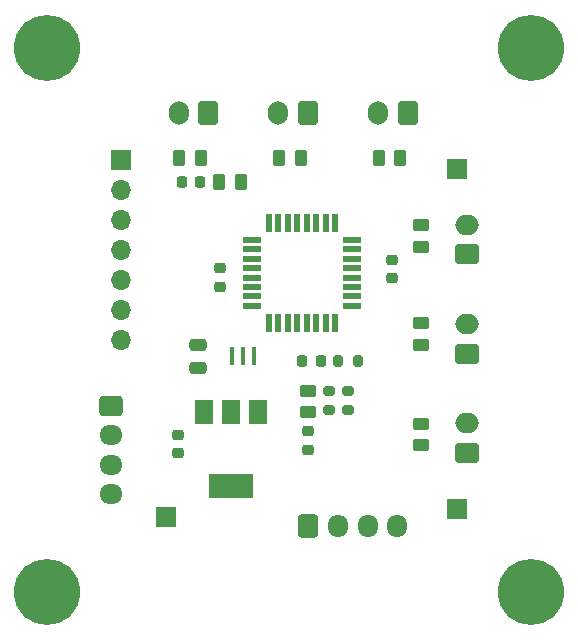
<source format=gts>
G04 #@! TF.GenerationSoftware,KiCad,Pcbnew,(6.0.9)*
G04 #@! TF.CreationDate,2023-02-23T12:45:50+09:00*
G04 #@! TF.ProjectId,AMS_Temp_SMD,414d535f-5465-46d7-905f-534d442e6b69,rev?*
G04 #@! TF.SameCoordinates,Original*
G04 #@! TF.FileFunction,Soldermask,Top*
G04 #@! TF.FilePolarity,Negative*
%FSLAX46Y46*%
G04 Gerber Fmt 4.6, Leading zero omitted, Abs format (unit mm)*
G04 Created by KiCad (PCBNEW (6.0.9)) date 2023-02-23 12:45:50*
%MOMM*%
%LPD*%
G01*
G04 APERTURE LIST*
G04 Aperture macros list*
%AMRoundRect*
0 Rectangle with rounded corners*
0 $1 Rounding radius*
0 $2 $3 $4 $5 $6 $7 $8 $9 X,Y pos of 4 corners*
0 Add a 4 corners polygon primitive as box body*
4,1,4,$2,$3,$4,$5,$6,$7,$8,$9,$2,$3,0*
0 Add four circle primitives for the rounded corners*
1,1,$1+$1,$2,$3*
1,1,$1+$1,$4,$5*
1,1,$1+$1,$6,$7*
1,1,$1+$1,$8,$9*
0 Add four rect primitives between the rounded corners*
20,1,$1+$1,$2,$3,$4,$5,0*
20,1,$1+$1,$4,$5,$6,$7,0*
20,1,$1+$1,$6,$7,$8,$9,0*
20,1,$1+$1,$8,$9,$2,$3,0*%
G04 Aperture macros list end*
%ADD10RoundRect,0.250000X0.450000X-0.262500X0.450000X0.262500X-0.450000X0.262500X-0.450000X-0.262500X0*%
%ADD11RoundRect,0.250000X0.600000X0.750000X-0.600000X0.750000X-0.600000X-0.750000X0.600000X-0.750000X0*%
%ADD12O,1.700000X2.000000*%
%ADD13RoundRect,0.225000X-0.250000X0.225000X-0.250000X-0.225000X0.250000X-0.225000X0.250000X0.225000X0*%
%ADD14RoundRect,0.250000X0.750000X-0.600000X0.750000X0.600000X-0.750000X0.600000X-0.750000X-0.600000X0*%
%ADD15O,2.000000X1.700000*%
%ADD16C,5.600000*%
%ADD17RoundRect,0.250000X0.262500X0.450000X-0.262500X0.450000X-0.262500X-0.450000X0.262500X-0.450000X0*%
%ADD18RoundRect,0.225000X0.225000X0.250000X-0.225000X0.250000X-0.225000X-0.250000X0.225000X-0.250000X0*%
%ADD19RoundRect,0.218750X-0.218750X-0.256250X0.218750X-0.256250X0.218750X0.256250X-0.218750X0.256250X0*%
%ADD20R,1.700000X1.700000*%
%ADD21R,0.300000X1.600000*%
%ADD22RoundRect,0.250000X0.475000X-0.250000X0.475000X0.250000X-0.475000X0.250000X-0.475000X-0.250000X0*%
%ADD23R,1.600000X0.550000*%
%ADD24R,0.550000X1.600000*%
%ADD25RoundRect,0.250000X-0.600000X-0.725000X0.600000X-0.725000X0.600000X0.725000X-0.600000X0.725000X0*%
%ADD26O,1.700000X1.950000*%
%ADD27RoundRect,0.250000X-0.450000X0.262500X-0.450000X-0.262500X0.450000X-0.262500X0.450000X0.262500X0*%
%ADD28RoundRect,0.200000X-0.275000X0.200000X-0.275000X-0.200000X0.275000X-0.200000X0.275000X0.200000X0*%
%ADD29RoundRect,0.250000X-0.725000X0.600000X-0.725000X-0.600000X0.725000X-0.600000X0.725000X0.600000X0*%
%ADD30O,1.950000X1.700000*%
%ADD31RoundRect,0.200000X0.200000X0.275000X-0.200000X0.275000X-0.200000X-0.275000X0.200000X-0.275000X0*%
%ADD32R,3.800000X2.000000*%
%ADD33R,1.500000X2.000000*%
%ADD34O,1.700000X1.700000*%
%ADD35RoundRect,0.218750X0.256250X-0.218750X0.256250X0.218750X-0.256250X0.218750X-0.256250X-0.218750X0*%
G04 APERTURE END LIST*
D10*
G04 #@! TO.C,R8*
X131700000Y-83112500D03*
X131700000Y-81287500D03*
G04 #@! TD*
D11*
G04 #@! TO.C,J5*
X122100000Y-63450000D03*
D12*
X119600000Y-63450000D03*
G04 #@! TD*
D11*
G04 #@! TO.C,J4*
X130550000Y-63450000D03*
D12*
X128050000Y-63450000D03*
G04 #@! TD*
D11*
G04 #@! TO.C,J6*
X113650000Y-63450000D03*
D12*
X111150000Y-63450000D03*
G04 #@! TD*
D13*
G04 #@! TO.C,C4*
X114700000Y-76625000D03*
X114700000Y-78175000D03*
G04 #@! TD*
D14*
G04 #@! TO.C,J7*
X135550000Y-92250000D03*
D15*
X135550000Y-89750000D03*
G04 #@! TD*
D16*
G04 #@! TO.C,REF\u002A\u002A*
X141000000Y-58000000D03*
G04 #@! TD*
D17*
G04 #@! TO.C,R5*
X121512500Y-67300000D03*
X119687500Y-67300000D03*
G04 #@! TD*
D14*
G04 #@! TO.C,J3*
X135550000Y-75450000D03*
D15*
X135550000Y-72950000D03*
G04 #@! TD*
D18*
G04 #@! TO.C,C5*
X112975000Y-69300000D03*
X111425000Y-69300000D03*
G04 #@! TD*
D19*
G04 #@! TO.C,D1*
X121612500Y-84500000D03*
X123187500Y-84500000D03*
G04 #@! TD*
D20*
G04 #@! TO.C,J12*
X110125000Y-97700000D03*
G04 #@! TD*
D16*
G04 #@! TO.C,REF\u002A\u002A*
X100000000Y-58000000D03*
G04 #@! TD*
D10*
G04 #@! TO.C,R7*
X131700000Y-91612500D03*
X131700000Y-89787500D03*
G04 #@! TD*
D17*
G04 #@! TO.C,R4*
X129912500Y-67300000D03*
X128087500Y-67300000D03*
G04 #@! TD*
D13*
G04 #@! TO.C,C3*
X129200000Y-75925000D03*
X129200000Y-77475000D03*
G04 #@! TD*
D20*
G04 #@! TO.C,J10*
X134700000Y-68175000D03*
G04 #@! TD*
D21*
G04 #@! TO.C,Y1*
X117550000Y-84075000D03*
X116600000Y-84075000D03*
X115650000Y-84075000D03*
G04 #@! TD*
D22*
G04 #@! TO.C,C2*
X112800000Y-85050000D03*
X112800000Y-83150000D03*
G04 #@! TD*
D23*
G04 #@! TO.C,U1*
X117350000Y-74200000D03*
X117350000Y-75000000D03*
X117350000Y-75800000D03*
X117350000Y-76600000D03*
X117350000Y-77400000D03*
X117350000Y-78200000D03*
X117350000Y-79000000D03*
X117350000Y-79800000D03*
D24*
X118800000Y-81250000D03*
X119600000Y-81250000D03*
X120400000Y-81250000D03*
X121200000Y-81250000D03*
X122000000Y-81250000D03*
X122800000Y-81250000D03*
X123600000Y-81250000D03*
X124400000Y-81250000D03*
D23*
X125850000Y-79800000D03*
X125850000Y-79000000D03*
X125850000Y-78200000D03*
X125850000Y-77400000D03*
X125850000Y-76600000D03*
X125850000Y-75800000D03*
X125850000Y-75000000D03*
X125850000Y-74200000D03*
D24*
X124400000Y-72750000D03*
X123600000Y-72750000D03*
X122800000Y-72750000D03*
X122000000Y-72750000D03*
X121200000Y-72750000D03*
X120400000Y-72750000D03*
X119600000Y-72750000D03*
X118800000Y-72750000D03*
G04 #@! TD*
D25*
G04 #@! TO.C,J2*
X122150000Y-98450000D03*
D26*
X124650000Y-98450000D03*
X127150000Y-98450000D03*
X129650000Y-98450000D03*
G04 #@! TD*
D27*
G04 #@! TO.C,R11*
X122100000Y-86987500D03*
X122100000Y-88812500D03*
G04 #@! TD*
D16*
G04 #@! TO.C,REF\u002A\u002A*
X141000000Y-104000000D03*
G04 #@! TD*
G04 #@! TO.C,REF\u002A\u002A*
X100000000Y-104000000D03*
G04 #@! TD*
D10*
G04 #@! TO.C,R3*
X131700000Y-74812500D03*
X131700000Y-72987500D03*
G04 #@! TD*
D13*
G04 #@! TO.C,C1*
X111100000Y-90725000D03*
X111100000Y-92275000D03*
G04 #@! TD*
D17*
G04 #@! TO.C,R2*
X116412500Y-69300000D03*
X114587500Y-69300000D03*
G04 #@! TD*
D28*
G04 #@! TO.C,R10*
X123900000Y-86975000D03*
X123900000Y-88625000D03*
G04 #@! TD*
D29*
G04 #@! TO.C,J1*
X105450000Y-88250000D03*
D30*
X105450000Y-90750000D03*
X105450000Y-93250000D03*
X105450000Y-95750000D03*
G04 #@! TD*
D28*
G04 #@! TO.C,R9*
X125500000Y-86975000D03*
X125500000Y-88625000D03*
G04 #@! TD*
D31*
G04 #@! TO.C,R1*
X126325000Y-84500000D03*
X124675000Y-84500000D03*
G04 #@! TD*
D20*
G04 #@! TO.C,J9*
X134700000Y-96975000D03*
G04 #@! TD*
D32*
G04 #@! TO.C,U2*
X115600000Y-95050000D03*
D33*
X117900000Y-88750000D03*
X115600000Y-88750000D03*
X113300000Y-88750000D03*
G04 #@! TD*
D20*
G04 #@! TO.C,J11*
X106300000Y-67450000D03*
D34*
X106300000Y-69990000D03*
X106300000Y-72530000D03*
X106300000Y-75070000D03*
X106300000Y-77610000D03*
X106300000Y-80150000D03*
X106300000Y-82690000D03*
G04 #@! TD*
D17*
G04 #@! TO.C,R6*
X113012500Y-67300000D03*
X111187500Y-67300000D03*
G04 #@! TD*
D35*
G04 #@! TO.C,D2*
X122100000Y-91987500D03*
X122100000Y-90412500D03*
G04 #@! TD*
D14*
G04 #@! TO.C,J8*
X135550000Y-83850000D03*
D15*
X135550000Y-81350000D03*
G04 #@! TD*
M02*

</source>
